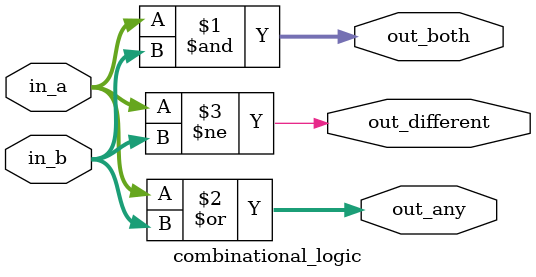
<source format=sv>
module combinational_logic (
    input logic [3:0] in_a,
    input logic [3:0] in_b,
    output logic [3:0] out_both,
    output logic [3:0] out_any,
    output logic out_different
);

    // Combinational logic for out_both
    assign out_both = in_a & in_b;

    // Combinational logic for out_any
    assign out_any = in_a | in_b;

    // Combinational logic for out_different
    assign out_different = (in_a != in_b);

endmodule
</source>
